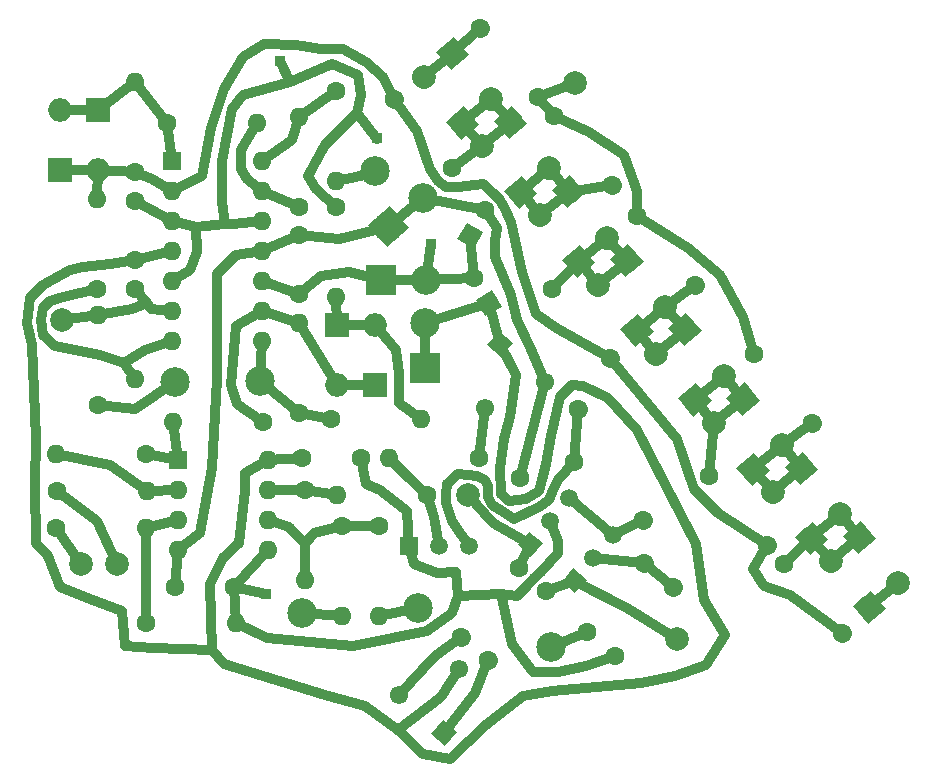
<source format=gbr>
G04 #@! TF.GenerationSoftware,KiCad,Pcbnew,(5.1.2-1)-1*
G04 #@! TF.CreationDate,2022-01-04T14:16:01-05:00*
G04 #@! TF.ProjectId,Wavefolder - Yusynth,57617665-666f-46c6-9465-72202d205975,rev?*
G04 #@! TF.SameCoordinates,Original*
G04 #@! TF.FileFunction,Copper,L2,Bot*
G04 #@! TF.FilePolarity,Positive*
%FSLAX46Y46*%
G04 Gerber Fmt 4.6, Leading zero omitted, Abs format (unit mm)*
G04 Created by KiCad (PCBNEW (5.1.2-1)-1) date 2022-01-04 14:16:01*
%MOMM*%
%LPD*%
G04 APERTURE LIST*
%ADD10R,0.850000X0.850000*%
%ADD11C,1.998980*%
%ADD12C,2.499360*%
%ADD13C,0.100000*%
%ADD14R,2.499360X2.499360*%
%ADD15C,1.500000*%
%ADD16R,1.500000X1.500000*%
%ADD17C,1.600000*%
%ADD18O,2.000000X2.000000*%
%ADD19R,2.000000X2.000000*%
%ADD20C,2.000000*%
%ADD21C,2.000000*%
%ADD22O,1.600000X1.600000*%
%ADD23C,1.600000*%
%ADD24C,1.550000*%
%ADD25R,1.600000X1.600000*%
%ADD26C,0.812800*%
G04 APERTURE END LIST*
D10*
X33960000Y-16990000D03*
X32780000Y-62180000D03*
X42230000Y-23540000D03*
X46760000Y-32500000D03*
D11*
X15500000Y-38970000D03*
X58980000Y-18920000D03*
X67570000Y-65990000D03*
X49890000Y-53770000D03*
X17110000Y-59630000D03*
X20180000Y-59640000D03*
D12*
X46088629Y-28590979D03*
X43170000Y-31040000D03*
D13*
G36*
X43015968Y-32800589D02*
G01*
X41409411Y-30885968D01*
X43324032Y-29279411D01*
X44930589Y-31194032D01*
X43015968Y-32800589D01*
X43015968Y-32800589D01*
G37*
D12*
X46380000Y-35570000D03*
D14*
X42570000Y-35570000D03*
D12*
X46300000Y-39170000D03*
D14*
X46300000Y-42980000D03*
D15*
X55184153Y-57939121D03*
D13*
G36*
X56240777Y-57846678D02*
G01*
X55276596Y-58995745D01*
X54127529Y-58031564D01*
X55091710Y-56882497D01*
X56240777Y-57846678D01*
X56240777Y-57846678D01*
G37*
D15*
X58449514Y-54047615D03*
X56816834Y-55993368D03*
X58890575Y-61036125D03*
D13*
G36*
X59947199Y-60943682D02*
G01*
X58983018Y-62092749D01*
X57833951Y-61128568D01*
X58798132Y-59979501D01*
X59947199Y-60943682D01*
X59947199Y-60943682D01*
G37*
D15*
X62155936Y-57144619D03*
X60523256Y-59090372D03*
D16*
X44930000Y-58120000D03*
D15*
X50010000Y-58120000D03*
X47470000Y-58120000D03*
D17*
X51670000Y-37520000D03*
D13*
G36*
X52762820Y-37812820D02*
G01*
X51377180Y-38612820D01*
X50577180Y-37227180D01*
X51962820Y-36427180D01*
X52762820Y-37812820D01*
X52762820Y-37812820D01*
G37*
D17*
X50420000Y-35354936D03*
X51360000Y-29644936D03*
X50110000Y-31810000D03*
D13*
G36*
X50402820Y-32902820D02*
G01*
X49017180Y-32102820D01*
X49817180Y-30717180D01*
X51202820Y-31517180D01*
X50402820Y-32902820D01*
X50402820Y-32902820D01*
G37*
D17*
X35850000Y-50670000D03*
X40850000Y-50670000D03*
X25070000Y-61560000D03*
X30070000Y-61560000D03*
X21694008Y-33875053D03*
X21694008Y-28875053D03*
X35567675Y-31749792D03*
X35567675Y-36749792D03*
D18*
X38820000Y-44490000D03*
D19*
X38820000Y-39410000D03*
D18*
X42000000Y-39410000D03*
D19*
X42000000Y-44490000D03*
D20*
X48609612Y-16355102D03*
D13*
G36*
X47200780Y-16231845D02*
G01*
X48732869Y-14946270D01*
X50018444Y-16478359D01*
X48486355Y-17763934D01*
X47200780Y-16231845D01*
X47200780Y-16231845D01*
G37*
D20*
X51874973Y-20246608D03*
D21*
X51874973Y-20246608D02*
X51874973Y-20246608D01*
D20*
X56792298Y-26106848D03*
D21*
X56792298Y-26106848D02*
X56792298Y-26106848D01*
D20*
X53526937Y-22215342D03*
D13*
G36*
X52118105Y-22092085D02*
G01*
X53650194Y-20806510D01*
X54935769Y-22338599D01*
X53403680Y-23624174D01*
X52118105Y-22092085D01*
X52118105Y-22092085D01*
G37*
D20*
X58444262Y-28075582D03*
D13*
G36*
X57035430Y-27952325D02*
G01*
X58567519Y-26666750D01*
X59853094Y-28198839D01*
X58321005Y-29484414D01*
X57035430Y-27952325D01*
X57035430Y-27952325D01*
G37*
D20*
X61709623Y-31967088D03*
D21*
X61709623Y-31967088D02*
X61709623Y-31967088D01*
D20*
X66626948Y-37827330D03*
D21*
X66626948Y-37827330D02*
X66626948Y-37827330D01*
D20*
X63361587Y-33935824D03*
D13*
G36*
X61952755Y-33812567D02*
G01*
X63484844Y-32526992D01*
X64770419Y-34059081D01*
X63238330Y-35344656D01*
X61952755Y-33812567D01*
X61952755Y-33812567D01*
G37*
D20*
X68280145Y-39781973D03*
D13*
G36*
X66871313Y-39658716D02*
G01*
X68403402Y-38373141D01*
X69688977Y-39905230D01*
X68156888Y-41190805D01*
X66871313Y-39658716D01*
X66871313Y-39658716D01*
G37*
D20*
X71545506Y-43673479D03*
D21*
X71545506Y-43673479D02*
X71545506Y-43673479D01*
D20*
X76462831Y-49533719D03*
D21*
X76462831Y-49533719D02*
X76462831Y-49533719D01*
D20*
X73197470Y-45642213D03*
D13*
G36*
X71788638Y-45518956D02*
G01*
X73320727Y-44233381D01*
X74606302Y-45765470D01*
X73074213Y-47051045D01*
X71788638Y-45518956D01*
X71788638Y-45518956D01*
G37*
D20*
X78121223Y-51510113D03*
D13*
G36*
X76712391Y-51386856D02*
G01*
X78244480Y-50101281D01*
X79530055Y-51633370D01*
X77997966Y-52918945D01*
X76712391Y-51386856D01*
X76712391Y-51386856D01*
G37*
D20*
X81386584Y-55401619D03*
D21*
X81386584Y-55401619D02*
X81386584Y-55401619D01*
D20*
X86297483Y-61254199D03*
D21*
X86297483Y-61254199D02*
X86297483Y-61254199D01*
D20*
X83032122Y-57362693D03*
D13*
G36*
X81623290Y-57239436D02*
G01*
X83155379Y-55953861D01*
X84440954Y-57485950D01*
X82908865Y-58771525D01*
X81623290Y-57239436D01*
X81623290Y-57239436D01*
G37*
D20*
X46174823Y-18385078D03*
D21*
X46174823Y-18385078D02*
X46174823Y-18385078D01*
D20*
X49440184Y-22276584D03*
D13*
G36*
X50849016Y-22399841D02*
G01*
X49316927Y-23685416D01*
X48031352Y-22153327D01*
X49563441Y-20867752D01*
X50849016Y-22399841D01*
X50849016Y-22399841D01*
G37*
D20*
X54365170Y-28130396D03*
D13*
G36*
X55774002Y-28253653D02*
G01*
X54241913Y-29539228D01*
X52956338Y-28007139D01*
X54488427Y-26721564D01*
X55774002Y-28253653D01*
X55774002Y-28253653D01*
G37*
D20*
X51099809Y-24238890D03*
D21*
X51099809Y-24238890D02*
X51099809Y-24238890D01*
D20*
X56017134Y-30099130D03*
D21*
X56017134Y-30099130D02*
X56017134Y-30099130D01*
D20*
X59282495Y-33990636D03*
D13*
G36*
X60691327Y-34113893D02*
G01*
X59159238Y-35399468D01*
X57873663Y-33867379D01*
X59405752Y-32581804D01*
X60691327Y-34113893D01*
X60691327Y-34113893D01*
G37*
D20*
X64206248Y-39858537D03*
D13*
G36*
X65615080Y-39981794D02*
G01*
X64082991Y-41267369D01*
X62797416Y-39735280D01*
X64329505Y-38449705D01*
X65615080Y-39981794D01*
X65615080Y-39981794D01*
G37*
D20*
X60940887Y-35967031D03*
D21*
X60940887Y-35967031D02*
X60940887Y-35967031D01*
D20*
X65851785Y-41819610D03*
D21*
X65851785Y-41819610D02*
X65851785Y-41819610D01*
D20*
X69117146Y-45711116D03*
D13*
G36*
X70525978Y-45834373D02*
G01*
X68993889Y-47119948D01*
X67708314Y-45587859D01*
X69240403Y-44302284D01*
X70525978Y-45834373D01*
X70525978Y-45834373D01*
G37*
D20*
X74040899Y-51579016D03*
D13*
G36*
X75449731Y-51702273D02*
G01*
X73917642Y-52987848D01*
X72632067Y-51455759D01*
X74164156Y-50170184D01*
X75449731Y-51702273D01*
X75449731Y-51702273D01*
G37*
D20*
X70775538Y-47687510D03*
D21*
X70775538Y-47687510D02*
X70775538Y-47687510D01*
D20*
X75700522Y-53541323D03*
D21*
X75700522Y-53541323D02*
X75700522Y-53541323D01*
D20*
X78965883Y-57432829D03*
D13*
G36*
X80374715Y-57556086D02*
G01*
X78842626Y-58841661D01*
X77557051Y-57309572D01*
X79089140Y-56023997D01*
X80374715Y-57556086D01*
X80374715Y-57556086D01*
G37*
D20*
X83876781Y-63285408D03*
D13*
G36*
X85285613Y-63408665D02*
G01*
X83753524Y-64694240D01*
X82467949Y-63162151D01*
X84000038Y-61876576D01*
X85285613Y-63408665D01*
X85285613Y-63408665D01*
G37*
D20*
X80611420Y-59393902D03*
D21*
X80611420Y-59393902D02*
X80611420Y-59393902D01*
D19*
X18540000Y-21160000D03*
D18*
X18540000Y-26240000D03*
D19*
X15360000Y-26220000D03*
D18*
X15360000Y-21140000D03*
D12*
X56960000Y-66610000D03*
X45690000Y-63300000D03*
X42050000Y-26360000D03*
X35880000Y-63790000D03*
X32300000Y-44140000D03*
X25060000Y-44170000D03*
D17*
X42339999Y-56410000D03*
D22*
X42339999Y-64030000D03*
X39229996Y-64020000D03*
D17*
X39229996Y-56400000D03*
D22*
X36140000Y-60930000D03*
D17*
X36140000Y-53310000D03*
X46410000Y-53760000D03*
D22*
X38790000Y-53760000D03*
D17*
X59950000Y-65330000D03*
X64848042Y-59492741D03*
D23*
X64848042Y-59492741D02*
X64848042Y-59492741D01*
D22*
X43250000Y-50630000D03*
D17*
X50870000Y-50630000D03*
X67228042Y-61522741D03*
D23*
X67228042Y-61522741D02*
X67228042Y-61522741D01*
D17*
X62330000Y-67360000D03*
X56538172Y-61894956D03*
X51640130Y-67732215D03*
D23*
X51640130Y-67732215D02*
X51640130Y-67732215D01*
D17*
X58854325Y-50967123D03*
X64691584Y-55865165D03*
D23*
X64691584Y-55865165D02*
X64691584Y-55865165D01*
D17*
X59208042Y-46522741D03*
D23*
X59208042Y-46522741D02*
X59208042Y-46522741D01*
D17*
X54310000Y-52360000D03*
X49294801Y-65751197D03*
D23*
X49294801Y-65751197D02*
X49294801Y-65751197D01*
D17*
X54192843Y-59913938D03*
D22*
X22690000Y-53450000D03*
D17*
X15070000Y-53450000D03*
X15030000Y-56550000D03*
D22*
X22650000Y-56550000D03*
X30270000Y-64640000D03*
D17*
X22650000Y-64640000D03*
X22650000Y-50290000D03*
D22*
X15030000Y-50290000D03*
D17*
X32550000Y-47560000D03*
D22*
X24930000Y-47560000D03*
X35640000Y-39220000D03*
D17*
X35640000Y-46840000D03*
X38300000Y-47320000D03*
D22*
X45920000Y-47320000D03*
X38710000Y-36980000D03*
D17*
X38710000Y-29360000D03*
D22*
X18620000Y-38520000D03*
D17*
X18620000Y-46140000D03*
X50899289Y-14198861D03*
D23*
X50899289Y-14198861D02*
X50899289Y-14198861D01*
D17*
X55797331Y-20036120D03*
X57205036Y-21713757D03*
X62103078Y-27551016D03*
D23*
X62103078Y-27551016D02*
X62103078Y-27551016D01*
D17*
X69146798Y-35960951D03*
D23*
X69146798Y-35960951D02*
X69146798Y-35960951D01*
D17*
X64248756Y-30123692D03*
X74097494Y-41845406D03*
X78995536Y-47682665D03*
D23*
X78995536Y-47682665D02*
X78995536Y-47682665D01*
D17*
X21710000Y-36310000D03*
D22*
X21710000Y-43930000D03*
D17*
X18520000Y-36320000D03*
D22*
X18520000Y-28700000D03*
D17*
X43669062Y-20252687D03*
D23*
X43669062Y-20252687D02*
X43669062Y-20252687D01*
D17*
X48567104Y-26089946D03*
X57015096Y-36297887D03*
X61913138Y-42135146D03*
D23*
X61913138Y-42135146D02*
X61913138Y-42135146D01*
D17*
X75235395Y-57965321D03*
D23*
X75235395Y-57965321D02*
X75235395Y-57965321D01*
D17*
X70337353Y-52128062D03*
X81597495Y-65485148D03*
D23*
X81597495Y-65485148D02*
X81597495Y-65485148D01*
D17*
X76699453Y-59647889D03*
X21680000Y-26450000D03*
D22*
X21680000Y-18830000D03*
X32040000Y-22260000D03*
D17*
X24420000Y-22260000D03*
X35580000Y-29370000D03*
D22*
X35580000Y-21750000D03*
D17*
X38720000Y-19570000D03*
D22*
X38720000Y-27190000D03*
D24*
X56450222Y-44193938D03*
X52620000Y-40980000D03*
D13*
G36*
X51528155Y-41075524D02*
G01*
X52524476Y-39888155D01*
X53711845Y-40884476D01*
X52715524Y-42071845D01*
X51528155Y-41075524D01*
X51528155Y-41075524D01*
G37*
D24*
X51321173Y-46417191D03*
X44050198Y-70710223D03*
X47880420Y-73924161D03*
D13*
G36*
X48972265Y-73828637D02*
G01*
X47975944Y-75016006D01*
X46788575Y-74019685D01*
X47784896Y-72832316D01*
X48972265Y-73828637D01*
X48972265Y-73828637D01*
G37*
D24*
X49179247Y-68486970D03*
D25*
X25370000Y-50770000D03*
D22*
X32990000Y-58390000D03*
X25370000Y-53310000D03*
X32990000Y-55850000D03*
X25370000Y-55850000D03*
X32990000Y-53310000D03*
X25370000Y-58390000D03*
X32990000Y-50770000D03*
D25*
X24835693Y-25468965D03*
D22*
X32455693Y-40708965D03*
X24835693Y-28008965D03*
X32455693Y-38168965D03*
X24835693Y-30548965D03*
X32455693Y-35628965D03*
X24835693Y-33088965D03*
X32455693Y-33088965D03*
X24835693Y-35628965D03*
X32455693Y-30548965D03*
X24835693Y-38168965D03*
X32455693Y-28008965D03*
X24835693Y-40708965D03*
X32455693Y-25468965D03*
D26*
X24835693Y-33088965D02*
X21694008Y-33875053D01*
X29290000Y-68070000D02*
X28260000Y-66910000D01*
X28260000Y-66910000D02*
X28060000Y-61270000D01*
X28060000Y-61270000D02*
X29160000Y-59080000D01*
X29160000Y-59080000D02*
X30530000Y-57840000D01*
X30530000Y-57840000D02*
X31010000Y-53440000D01*
X31010000Y-53440000D02*
X31010000Y-51860000D01*
X31010000Y-51860000D02*
X32990000Y-50770000D01*
X32990000Y-50770000D02*
X35850000Y-50670000D01*
X57000000Y-70380000D02*
X64520000Y-69720000D01*
X69920000Y-62680000D02*
X69190000Y-57890000D01*
X69190000Y-57890000D02*
X65430000Y-50550000D01*
X21694008Y-33875053D02*
X19570000Y-34220000D01*
X19570000Y-34220000D02*
X17350000Y-34460000D01*
X17350000Y-34460000D02*
X16240000Y-34750000D01*
X13300000Y-48900000D02*
X13210000Y-52820000D01*
X13210000Y-52820000D02*
X13330000Y-57810000D01*
X13330000Y-57810000D02*
X14370000Y-58940000D01*
X20630000Y-63610000D02*
X20860000Y-66530000D01*
X20860000Y-66530000D02*
X23240000Y-66710000D01*
X23240000Y-66710000D02*
X28260000Y-66910000D01*
X52620000Y-40980000D02*
X51670000Y-37520000D01*
X65430000Y-50550000D02*
X64220000Y-48260000D01*
X64220000Y-48260000D02*
X61790000Y-45520000D01*
X61790000Y-45520000D02*
X59680000Y-44500000D01*
X59680000Y-44500000D02*
X58700000Y-44420000D01*
X58700000Y-44420000D02*
X57690000Y-45480000D01*
X57690000Y-45480000D02*
X56940000Y-48800000D01*
X56940000Y-48800000D02*
X56510000Y-51150000D01*
X56510000Y-51150000D02*
X56250000Y-52140000D01*
X56250000Y-52140000D02*
X55940000Y-53430000D01*
X55940000Y-53430000D02*
X54830000Y-54110000D01*
X54830000Y-54110000D02*
X53390000Y-54250000D01*
X53390000Y-54250000D02*
X52690000Y-53700000D01*
X52690000Y-53700000D02*
X52660000Y-51480000D01*
X52660000Y-51480000D02*
X52980000Y-49050000D01*
X52980000Y-49050000D02*
X53460000Y-47170000D01*
X53460000Y-47170000D02*
X53990000Y-43640000D01*
X53990000Y-43640000D02*
X52620000Y-40980000D01*
X29290000Y-68070000D02*
X37810000Y-70710000D01*
X37810000Y-70710000D02*
X41170000Y-71600000D01*
X41170000Y-71600000D02*
X43970000Y-73620000D01*
X43970000Y-73620000D02*
X47640000Y-70880000D01*
X47640000Y-70880000D02*
X49179247Y-68486970D01*
X43970000Y-73620000D02*
X46130000Y-75670000D01*
X46130000Y-75670000D02*
X48360000Y-76080000D01*
X48360000Y-76080000D02*
X51540000Y-73140000D01*
X51540000Y-73140000D02*
X54550000Y-70810000D01*
X54550000Y-70810000D02*
X57000000Y-70380000D01*
X20630000Y-63610000D02*
X17880000Y-62590000D01*
X17880000Y-62590000D02*
X15380000Y-61550000D01*
X15380000Y-61550000D02*
X14370000Y-58940000D01*
X69920000Y-62680000D02*
X71640000Y-65640000D01*
X71640000Y-65640000D02*
X70070000Y-68200000D01*
X70070000Y-68200000D02*
X67450000Y-69130000D01*
X67450000Y-69130000D02*
X64520000Y-69720000D01*
X13300000Y-48900000D02*
X13010000Y-41100000D01*
X13010000Y-41100000D02*
X12570000Y-39170000D01*
X12570000Y-39170000D02*
X12820000Y-37080000D01*
X12820000Y-37080000D02*
X13930000Y-35950000D01*
X13930000Y-35950000D02*
X16240000Y-34750000D01*
X51670000Y-37520000D02*
X46300000Y-39170000D01*
X46300000Y-39170000D02*
X46300000Y-42980000D01*
X46380000Y-35570000D02*
X50420000Y-35354936D01*
X50420000Y-35354936D02*
X50110000Y-31810000D01*
X42570000Y-35570000D02*
X39800000Y-34900000D01*
X39800000Y-34900000D02*
X37430000Y-35210000D01*
X37430000Y-35210000D02*
X35567675Y-36749792D01*
X35567675Y-36749792D02*
X32455693Y-35628965D01*
X24835693Y-30548965D02*
X21694008Y-28875053D01*
X30270000Y-64640000D02*
X30070000Y-61560000D01*
X30070000Y-61560000D02*
X32990000Y-58390000D01*
X44930000Y-58120000D02*
X44720000Y-55150000D01*
X44720000Y-55150000D02*
X42440000Y-53350000D01*
X42440000Y-53350000D02*
X41300000Y-52830000D01*
X41300000Y-52830000D02*
X40850000Y-50670000D01*
X62330000Y-67360000D02*
X59930000Y-68220000D01*
X59930000Y-68220000D02*
X57540000Y-68790000D01*
X57540000Y-68790000D02*
X55400000Y-68790000D01*
X55400000Y-68790000D02*
X53670000Y-66370000D01*
X53670000Y-66370000D02*
X52670000Y-62150000D01*
X44930000Y-58120000D02*
X45340000Y-59630000D01*
X45340000Y-59630000D02*
X47280000Y-60350000D01*
X30270000Y-64640000D02*
X32930000Y-65880000D01*
X32930000Y-65880000D02*
X40150000Y-66560000D01*
X40150000Y-66560000D02*
X46400000Y-65260000D01*
X46400000Y-65260000D02*
X48530000Y-63750000D01*
X48530000Y-63750000D02*
X49080000Y-62300000D01*
X49080000Y-62300000D02*
X48917232Y-60287232D01*
X47280000Y-60350000D02*
X48917232Y-60287232D01*
X46380000Y-35570000D02*
X44550000Y-35570000D01*
X44550000Y-35570000D02*
X42570000Y-35570000D01*
X24835693Y-35628965D02*
X26390000Y-34680000D01*
X26390000Y-34680000D02*
X27000000Y-33190000D01*
X27000000Y-33190000D02*
X26920000Y-31110000D01*
X26920000Y-31110000D02*
X24835693Y-30548965D01*
X32455693Y-30548965D02*
X30025283Y-30795283D01*
X38390000Y-17240000D02*
X34870000Y-18790000D01*
X34870000Y-18790000D02*
X30850000Y-19900000D01*
X30850000Y-19900000D02*
X29940000Y-21120000D01*
X37080000Y-27870000D02*
X36370000Y-26730000D01*
X37790000Y-24160000D02*
X40480000Y-21400000D01*
X38710000Y-29360000D02*
X37080000Y-27870000D01*
X40480000Y-21400000D02*
X40830000Y-19860000D01*
X40830000Y-19860000D02*
X40600000Y-18200000D01*
X40600000Y-18200000D02*
X38390000Y-17240000D01*
X36370000Y-26730000D02*
X37790000Y-24160000D01*
X29940000Y-21120000D02*
X29120000Y-25510000D01*
X29120000Y-25510000D02*
X29120000Y-28990000D01*
X29371540Y-30861540D02*
X26920000Y-31110000D01*
X29120000Y-28990000D02*
X29371540Y-30861540D01*
X30025283Y-30795283D02*
X29371540Y-30861540D01*
X56816834Y-55993368D02*
X57520000Y-57630000D01*
X57520000Y-57630000D02*
X57520000Y-58700000D01*
X57520000Y-58700000D02*
X56060000Y-60250000D01*
X56060000Y-60250000D02*
X55500000Y-60770000D01*
X55500000Y-60770000D02*
X54870000Y-61480000D01*
X54870000Y-61480000D02*
X54070000Y-62310000D01*
X54070000Y-62310000D02*
X52670000Y-62150000D01*
X52670000Y-62150000D02*
X49080000Y-62300000D01*
X42230000Y-23620000D02*
X40480000Y-21400000D01*
X46760000Y-32500000D02*
X46380000Y-35570000D01*
X33960000Y-16990000D02*
X34870000Y-18790000D01*
X32780000Y-62180000D02*
X30070000Y-61560000D01*
X32455693Y-33088965D02*
X35567675Y-31749792D01*
X35567675Y-31749792D02*
X38980000Y-32070000D01*
X38980000Y-32070000D02*
X43170000Y-31040000D01*
X43170000Y-31040000D02*
X46088629Y-28590979D01*
X46088629Y-28590979D02*
X51360000Y-29644936D01*
X25070000Y-61560000D02*
X25370000Y-58390000D01*
X30230000Y-33420000D02*
X32455693Y-33088965D01*
X25370000Y-58390000D02*
X27250000Y-56990000D01*
X28620000Y-43920000D02*
X28620000Y-35090000D01*
X28620000Y-35090000D02*
X30230000Y-33420000D01*
X28260000Y-51500000D02*
X28620000Y-43920000D01*
X27250000Y-56990000D02*
X28260000Y-51500000D01*
X54310000Y-52360000D02*
X56450222Y-44193938D01*
X56450222Y-44193938D02*
X55120000Y-41240000D01*
X55120000Y-41240000D02*
X54070000Y-38940000D01*
X54070000Y-38940000D02*
X53530000Y-36790000D01*
X53530000Y-36790000D02*
X52160000Y-33650000D01*
X52160000Y-33650000D02*
X52160000Y-32220000D01*
X52160000Y-32220000D02*
X52340000Y-31150000D01*
X52340000Y-31150000D02*
X51360000Y-29644936D01*
X32455693Y-38168965D02*
X35640000Y-39220000D01*
X35640000Y-39220000D02*
X38820000Y-44490000D01*
X38820000Y-44490000D02*
X42000000Y-44490000D01*
X32550000Y-47560000D02*
X30320000Y-46090000D01*
X30320000Y-46090000D02*
X29850000Y-44490000D01*
X29850000Y-44490000D02*
X30250000Y-39420000D01*
X30250000Y-39420000D02*
X32455693Y-38168965D01*
X42000000Y-39410000D02*
X38820000Y-39410000D01*
X38820000Y-39410000D02*
X38710000Y-36980000D01*
X45920000Y-47320000D02*
X44070000Y-45970000D01*
X44070000Y-45970000D02*
X44030000Y-43460000D01*
X44030000Y-43460000D02*
X43790000Y-41510000D01*
X43790000Y-41510000D02*
X42000000Y-39410000D01*
X50899289Y-14198861D02*
X48609612Y-16355102D01*
X48609612Y-16355102D02*
X46174823Y-18385078D01*
X53526937Y-22215342D02*
X51874973Y-20246608D01*
X49440184Y-22276584D02*
X51874973Y-20246608D01*
X51099809Y-24238890D02*
X49440184Y-22276584D01*
X51099809Y-24238890D02*
X53526937Y-22215342D01*
X51099809Y-24238890D02*
X48567104Y-26089946D01*
X62103078Y-27551016D02*
X58444262Y-28075582D01*
X58444262Y-28075582D02*
X56792298Y-26106848D01*
X56792298Y-26106848D02*
X54365170Y-28130396D01*
X56017134Y-30099130D02*
X54365170Y-28130396D01*
X56017134Y-30099130D02*
X58444262Y-28075582D01*
X61709623Y-31967088D02*
X59282495Y-33990636D01*
X59282495Y-33990636D02*
X57015096Y-36297887D01*
X59282495Y-33990636D02*
X60940887Y-35967031D01*
X60940887Y-35967031D02*
X63361587Y-33935824D01*
X63361587Y-33935824D02*
X61709623Y-31967088D01*
X68280145Y-39781973D02*
X65851785Y-41819610D01*
X65851785Y-41819610D02*
X64206248Y-39858537D01*
X64206248Y-39858537D02*
X66626948Y-37827330D01*
X66626948Y-37827330D02*
X68280145Y-39781973D01*
X66626948Y-37827330D02*
X69146798Y-35960951D01*
X70337353Y-52128062D02*
X70775538Y-47687510D01*
X70775538Y-47687510D02*
X69117146Y-45711116D01*
X71545506Y-43673479D02*
X73197470Y-45642213D01*
X71545506Y-43673479D02*
X69117146Y-45711116D01*
X70775538Y-47687510D02*
X73197470Y-45642213D01*
X76462831Y-49533719D02*
X74040899Y-51579016D01*
X74040899Y-51579016D02*
X75700522Y-53541323D01*
X78121223Y-51510113D02*
X75700522Y-53541323D01*
X78121223Y-51510113D02*
X76462831Y-49533719D01*
X76462831Y-49533719D02*
X78995536Y-47682665D01*
X78965883Y-57432829D02*
X80611420Y-59393902D01*
X80611420Y-59393902D02*
X83032122Y-57362693D01*
X83032122Y-57362693D02*
X81386584Y-55401619D01*
X81386584Y-55401619D02*
X78965883Y-57432829D01*
X78965883Y-57432829D02*
X76699453Y-59647889D01*
X83876781Y-63285408D02*
X86297483Y-61254199D01*
X24420000Y-22260000D02*
X24835693Y-25468965D01*
X24420000Y-22260000D02*
X21680000Y-18830000D01*
X21680000Y-18830000D02*
X18540000Y-21160000D01*
X18540000Y-21160000D02*
X15360000Y-21140000D01*
X81597495Y-65485148D02*
X77150000Y-62200000D01*
X77150000Y-62200000D02*
X74930000Y-61500000D01*
X74930000Y-61500000D02*
X74060000Y-59990000D01*
X74060000Y-59990000D02*
X75235395Y-57965321D01*
X75235395Y-57965321D02*
X71050000Y-55320000D01*
X71050000Y-55320000D02*
X69070000Y-53290000D01*
X69070000Y-53290000D02*
X67570000Y-49010000D01*
X67570000Y-49010000D02*
X61913138Y-42135146D01*
X61913138Y-42135146D02*
X57540000Y-39690000D01*
X57540000Y-39690000D02*
X55680000Y-38430000D01*
X55680000Y-38430000D02*
X54460000Y-34850000D01*
X54460000Y-34850000D02*
X53530000Y-30610000D01*
X53530000Y-30610000D02*
X53060000Y-29530000D01*
X53060000Y-29530000D02*
X52630000Y-28790000D01*
X52630000Y-28790000D02*
X52060000Y-28210000D01*
X52060000Y-28210000D02*
X51180000Y-27450000D01*
X51180000Y-27450000D02*
X49040000Y-27690000D01*
X49040000Y-27690000D02*
X48020000Y-27650000D01*
X48020000Y-27650000D02*
X47400000Y-27220000D01*
X47400000Y-27220000D02*
X46710000Y-26200000D01*
X46710000Y-26200000D02*
X45610000Y-22920000D01*
X45610000Y-22920000D02*
X43669062Y-20252687D01*
X15360000Y-26220000D02*
X18540000Y-26240000D01*
X18540000Y-26240000D02*
X18520000Y-28700000D01*
X18540000Y-26240000D02*
X21680000Y-26450000D01*
X21680000Y-26450000D02*
X23130000Y-26980000D01*
X23130000Y-26980000D02*
X24835693Y-28008965D01*
X24835693Y-28008965D02*
X27400000Y-26750000D01*
X27400000Y-26750000D02*
X28140000Y-22730000D01*
X28140000Y-22730000D02*
X29220000Y-19370000D01*
X37490000Y-16010000D02*
X39300000Y-15970000D01*
X39300000Y-15970000D02*
X41270000Y-17090000D01*
X41270000Y-17090000D02*
X42740000Y-18370000D01*
X42740000Y-18370000D02*
X43669062Y-20252687D01*
X37490000Y-16010000D02*
X35360000Y-15640000D01*
X35360000Y-15640000D02*
X32640000Y-15620000D01*
X32640000Y-15620000D02*
X30880000Y-16690000D01*
X30880000Y-16690000D02*
X29220000Y-19370000D01*
X59950000Y-65330000D02*
X56960000Y-66610000D01*
X42339999Y-64030000D02*
X45690000Y-63300000D01*
X42070000Y-26500000D02*
X38720000Y-27190000D01*
X39229996Y-64020000D02*
X35880000Y-63790000D01*
X38300000Y-47320000D02*
X35640000Y-46840000D01*
X35640000Y-46840000D02*
X32300000Y-44140000D01*
X32300000Y-44140000D02*
X32455693Y-40708965D01*
X18620000Y-46140000D02*
X21700000Y-46510000D01*
X21700000Y-46510000D02*
X25060000Y-44170000D01*
X47470000Y-58120000D02*
X47070000Y-55610000D01*
X47070000Y-55610000D02*
X46410000Y-53760000D01*
X46410000Y-53760000D02*
X44820000Y-52270000D01*
X44820000Y-52270000D02*
X43250000Y-50630000D01*
X58854325Y-50967123D02*
X59208042Y-46522741D01*
X50010000Y-58120000D02*
X48560000Y-55950000D01*
X48560000Y-55950000D02*
X48010000Y-54450000D01*
X48010000Y-54450000D02*
X48040000Y-53700000D01*
X48040000Y-53700000D02*
X48140000Y-52850000D01*
X48140000Y-52850000D02*
X49070000Y-51950000D01*
X49070000Y-51950000D02*
X49930000Y-52030000D01*
X49930000Y-52030000D02*
X50650000Y-52140000D01*
X50650000Y-52140000D02*
X51350000Y-52520000D01*
X51350000Y-52520000D02*
X51600000Y-53040000D01*
X51600000Y-53040000D02*
X51640000Y-53960000D01*
X51640000Y-53960000D02*
X51970000Y-54570000D01*
X51970000Y-54570000D02*
X52760000Y-55160000D01*
X52760000Y-55160000D02*
X53780000Y-55810000D01*
X53780000Y-55810000D02*
X55880000Y-54770000D01*
X55880000Y-54770000D02*
X56800000Y-54200000D01*
X56800000Y-54200000D02*
X57080000Y-53330000D01*
X57080000Y-53330000D02*
X57520000Y-52510000D01*
X57520000Y-52510000D02*
X58854325Y-50967123D01*
X56538172Y-61894956D02*
X58890575Y-61036125D01*
X15070000Y-53450000D02*
X18470000Y-56000000D01*
X18470000Y-56000000D02*
X20180000Y-59640000D01*
X67570000Y-65990000D02*
X63340000Y-63340000D01*
X63340000Y-63340000D02*
X58890575Y-61036125D01*
X64691584Y-55865165D02*
X62155936Y-57144619D01*
X62155936Y-57144619D02*
X58449514Y-54047615D01*
X60523256Y-59090372D02*
X64848042Y-59492741D01*
X64848042Y-59492741D02*
X67228042Y-61522741D01*
X55184153Y-57939121D02*
X54192843Y-59913938D01*
X17110000Y-59630000D02*
X15030000Y-56550000D01*
X55184153Y-57939121D02*
X51990000Y-56150000D01*
X51990000Y-56150000D02*
X49890000Y-53770000D01*
X36140000Y-60930000D02*
X36080000Y-57900000D01*
X36080000Y-57900000D02*
X34780000Y-56500000D01*
X34780000Y-56500000D02*
X32990000Y-55850000D01*
X39229996Y-56400000D02*
X36910000Y-57000000D01*
X36910000Y-57000000D02*
X36080000Y-57900000D01*
X39229996Y-56400000D02*
X42339999Y-56410000D01*
X38790000Y-53760000D02*
X36140000Y-53310000D01*
X36140000Y-53310000D02*
X32990000Y-53310000D01*
X50870000Y-50630000D02*
X51321173Y-46417191D01*
X47880420Y-73924161D02*
X50520000Y-70500000D01*
X50520000Y-70500000D02*
X51640130Y-67732215D01*
X44050198Y-70710223D02*
X47070000Y-67460000D01*
X47070000Y-67460000D02*
X49294801Y-65751197D01*
X25370000Y-53310000D02*
X22690000Y-53450000D01*
X22690000Y-53450000D02*
X19610000Y-51230000D01*
X19610000Y-51230000D02*
X15030000Y-50290000D01*
X25370000Y-55850000D02*
X22650000Y-56550000D01*
X22650000Y-56550000D02*
X22650000Y-64640000D01*
X24930000Y-47560000D02*
X25370000Y-50770000D01*
X25370000Y-50770000D02*
X22650000Y-50290000D01*
X24835693Y-38168965D02*
X23070000Y-37990000D01*
X18620000Y-38520000D02*
X21430000Y-38020000D01*
X21430000Y-38020000D02*
X22689737Y-37520263D01*
X22689737Y-37520263D02*
X21710000Y-36310000D01*
X23070000Y-37990000D02*
X22689737Y-37520263D01*
X74097494Y-41845406D02*
X73170000Y-38690000D01*
X73170000Y-38690000D02*
X71270000Y-35160000D01*
X71270000Y-35160000D02*
X68570000Y-32890000D01*
X68570000Y-32890000D02*
X64248756Y-30123692D01*
X64248756Y-30123692D02*
X64180000Y-28020000D01*
X64180000Y-28020000D02*
X63100000Y-24970000D01*
X63100000Y-24970000D02*
X60160000Y-23070000D01*
X60160000Y-23070000D02*
X57205036Y-21713757D01*
X57205036Y-21713757D02*
X55797331Y-20036120D01*
X15500000Y-38970000D02*
X18620000Y-38520000D01*
X55797331Y-20036120D02*
X58980000Y-18920000D01*
X20820000Y-42580000D02*
X21710000Y-43930000D01*
X20820000Y-42580000D02*
X22520000Y-41500000D01*
X22520000Y-41500000D02*
X24835693Y-40708965D01*
X18520000Y-36320000D02*
X15630000Y-37010000D01*
X15630000Y-37010000D02*
X14520000Y-37300000D01*
X14520000Y-37300000D02*
X13930000Y-37930000D01*
X13930000Y-37930000D02*
X13760000Y-38910000D01*
X13760000Y-38910000D02*
X13950000Y-40260000D01*
X13950000Y-40260000D02*
X14980000Y-41190000D01*
X14980000Y-41190000D02*
X18740000Y-41910000D01*
X18740000Y-41910000D02*
X20820000Y-42580000D01*
X35580000Y-29370000D02*
X32455693Y-28008965D01*
X32455693Y-28008965D02*
X31210000Y-27050000D01*
X31210000Y-27050000D02*
X30660000Y-26130000D01*
X30660000Y-26130000D02*
X30700000Y-24580000D01*
X30700000Y-24580000D02*
X32040000Y-22260000D01*
X32455693Y-25468965D02*
X34980000Y-23690000D01*
X34980000Y-23690000D02*
X35580000Y-21750000D01*
X35580000Y-21750000D02*
X38720000Y-19570000D01*
M02*

</source>
